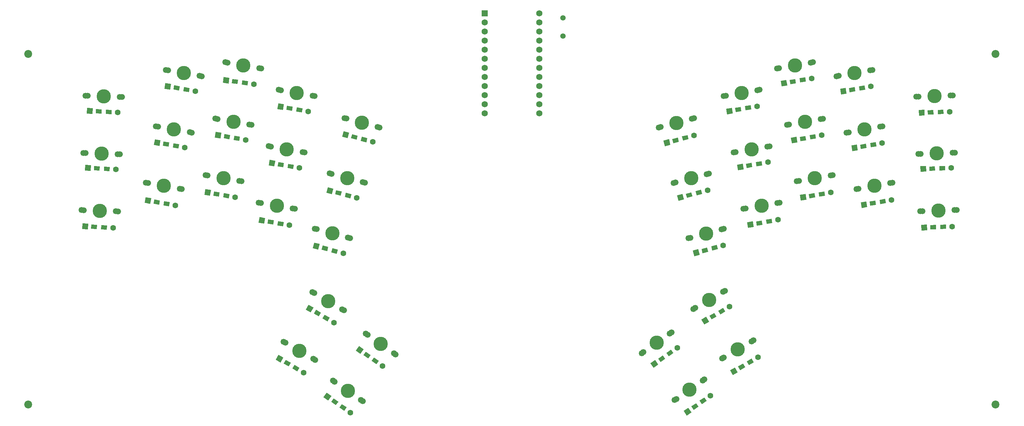
<source format=gbr>
G04 #@! TF.GenerationSoftware,KiCad,Pcbnew,(5.1.5)-1*
G04 #@! TF.CreationDate,2021-07-11T17:01:57-04:00*
G04 #@! TF.ProjectId,baboon38 v0.4,6261626f-6f6e-4333-9820-76302e342e6b,rev?*
G04 #@! TF.SameCoordinates,Original*
G04 #@! TF.FileFunction,Soldermask,Top*
G04 #@! TF.FilePolarity,Negative*
%FSLAX46Y46*%
G04 Gerber Fmt 4.6, Leading zero omitted, Abs format (unit mm)*
G04 Created by KiCad (PCBNEW (5.1.5)-1) date 2021-07-11 17:01:57*
%MOMM*%
%LPD*%
G04 APERTURE LIST*
%ADD10C,2.200000*%
%ADD11C,1.500000*%
%ADD12C,1.752600*%
%ADD13R,1.752600X1.752600*%
%ADD14C,1.680000*%
%ADD15C,3.980000*%
%ADD16C,0.100000*%
%ADD17C,1.600000*%
G04 APERTURE END LIST*
D10*
X15000000Y-130000000D03*
X285000000Y-130000000D03*
X285000000Y-32000000D03*
X15000000Y-32000000D03*
D11*
X164200000Y-21960000D03*
X164200000Y-27040000D03*
D12*
X157620000Y-20630000D03*
X142380000Y-48570000D03*
X157620000Y-23170000D03*
X157620000Y-25710000D03*
X157620000Y-28250000D03*
X157620000Y-30790000D03*
X157620000Y-33330000D03*
X157620000Y-35870000D03*
X157620000Y-38410000D03*
X157620000Y-40950000D03*
X157620000Y-43490000D03*
X157620000Y-46030000D03*
X157620000Y-48570000D03*
X142380000Y-46030000D03*
X142380000Y-43490000D03*
X142380000Y-40950000D03*
X142380000Y-38410000D03*
X142380000Y-35870000D03*
X142380000Y-33330000D03*
X142380000Y-30790000D03*
X142380000Y-28250000D03*
X142380000Y-25710000D03*
X142380000Y-23170000D03*
D13*
X142380000Y-20630000D03*
D14*
X224657786Y-73550474D03*
X214652140Y-75314740D03*
D15*
X219654963Y-74432607D03*
D14*
X224086598Y-73651190D03*
X215223328Y-75214024D03*
X40557245Y-60019620D03*
X30403435Y-59665042D03*
D15*
X35480340Y-59842331D03*
D14*
X39977599Y-59999379D03*
X30983081Y-59685283D03*
D16*
G36*
X212236809Y-119603767D02*
G01*
X213036809Y-120989407D01*
X211651169Y-121789407D01*
X210851169Y-120403767D01*
X212236809Y-119603767D01*
G37*
D17*
X218698987Y-116796587D03*
D16*
G36*
X214501872Y-118526972D02*
G01*
X215101872Y-119566202D01*
X213716232Y-120366202D01*
X213116232Y-119326972D01*
X214501872Y-118526972D01*
G37*
G36*
X216926744Y-117126972D02*
G01*
X217526744Y-118166202D01*
X216141104Y-118966202D01*
X215541104Y-117926972D01*
X216926744Y-117126972D01*
G37*
G36*
X199214712Y-130868725D02*
G01*
X200132435Y-132179368D01*
X198821792Y-133097091D01*
X197904069Y-131786448D01*
X199214712Y-130868725D01*
G37*
D17*
X205407638Y-127509012D03*
D16*
G36*
X201377308Y-129598615D02*
G01*
X202065599Y-130581597D01*
X200754956Y-131499319D01*
X200066665Y-130516337D01*
X201377308Y-129598615D01*
G37*
G36*
X203670934Y-127992601D02*
G01*
X204359225Y-128975583D01*
X203048582Y-129893305D01*
X202360291Y-128910323D01*
X203670934Y-127992601D01*
G37*
G36*
X189943735Y-117509871D02*
G01*
X190861458Y-118820514D01*
X189550815Y-119738237D01*
X188633092Y-118427594D01*
X189943735Y-117509871D01*
G37*
D17*
X196136661Y-114150158D03*
D16*
G36*
X192106331Y-116239761D02*
G01*
X192794622Y-117222743D01*
X191483979Y-118140465D01*
X190795688Y-117157483D01*
X192106331Y-116239761D01*
G37*
G36*
X194399957Y-114633747D02*
G01*
X195088248Y-115616729D01*
X193777605Y-116534451D01*
X193089314Y-115551469D01*
X194399957Y-114633747D01*
G37*
G36*
X204239703Y-105452926D02*
G01*
X205039703Y-106838566D01*
X203654063Y-107638566D01*
X202854063Y-106252926D01*
X204239703Y-105452926D01*
G37*
D17*
X210701881Y-102645746D03*
D16*
G36*
X206504766Y-104376131D02*
G01*
X207104766Y-105415361D01*
X205719126Y-106215361D01*
X205119126Y-105176131D01*
X206504766Y-104376131D01*
G37*
G36*
X208929638Y-102976131D02*
G01*
X209529638Y-104015361D01*
X208143998Y-104815361D01*
X207543998Y-103776131D01*
X208929638Y-102976131D01*
G37*
G36*
X86208442Y-116869181D02*
G01*
X85408442Y-118254821D01*
X84022802Y-117454821D01*
X84822802Y-116069181D01*
X86208442Y-116869181D01*
G37*
D17*
X91870620Y-121062001D03*
D16*
G36*
X88273505Y-118292386D02*
G01*
X87673505Y-119331616D01*
X86287865Y-118531616D01*
X86887865Y-117492386D01*
X88273505Y-118292386D01*
G37*
G36*
X90698377Y-119692386D02*
G01*
X90098377Y-120731616D01*
X88712737Y-119931616D01*
X89312737Y-118892386D01*
X90698377Y-119692386D01*
G37*
G36*
X99612056Y-127569630D02*
G01*
X98694333Y-128880273D01*
X97383690Y-127962550D01*
X98301413Y-126651907D01*
X99612056Y-127569630D01*
G37*
D17*
X104887259Y-132239986D03*
D16*
G36*
X101545220Y-129167401D02*
G01*
X100856929Y-130150383D01*
X99546286Y-129232661D01*
X100234577Y-128249679D01*
X101545220Y-129167401D01*
G37*
G36*
X103838846Y-130773415D02*
G01*
X103150555Y-131756397D01*
X101839912Y-130838675D01*
X102528203Y-129855693D01*
X103838846Y-130773415D01*
G37*
G36*
X108610322Y-114535781D02*
G01*
X107692599Y-115846424D01*
X106381956Y-114928701D01*
X107299679Y-113618058D01*
X108610322Y-114535781D01*
G37*
D17*
X113885525Y-119206137D03*
D16*
G36*
X110543486Y-116133552D02*
G01*
X109855195Y-117116534D01*
X108544552Y-116198812D01*
X109232843Y-115215830D01*
X110543486Y-116133552D01*
G37*
G36*
X112837112Y-117739566D02*
G01*
X112148821Y-118722548D01*
X110838178Y-117804826D01*
X111526469Y-116821844D01*
X112837112Y-117739566D01*
G37*
G36*
X94621455Y-102882716D02*
G01*
X93821455Y-104268356D01*
X92435815Y-103468356D01*
X93235815Y-102082716D01*
X94621455Y-102882716D01*
G37*
D17*
X100283633Y-107075536D03*
D16*
G36*
X96686518Y-104305921D02*
G01*
X96086518Y-105345151D01*
X94700878Y-104545151D01*
X95300878Y-103505921D01*
X96686518Y-104305921D01*
G37*
G36*
X99111390Y-105705921D02*
G01*
X98511390Y-106745151D01*
X97125750Y-105945151D01*
X97725750Y-104905921D01*
X99111390Y-105705921D01*
G37*
G36*
X265843791Y-79685013D02*
G01*
X265899630Y-81284038D01*
X264300605Y-81339877D01*
X264244766Y-79740852D01*
X265843791Y-79685013D01*
G37*
D17*
X272867446Y-80240229D03*
D16*
G36*
X268349248Y-79797642D02*
G01*
X268391127Y-80996911D01*
X266792102Y-81052750D01*
X266750223Y-79853481D01*
X268349248Y-79797642D01*
G37*
G36*
X271147542Y-79699924D02*
G01*
X271189421Y-80899193D01*
X269590396Y-80955032D01*
X269548517Y-79755763D01*
X271147542Y-79699924D01*
G37*
G36*
X248914854Y-73230840D02*
G01*
X249192691Y-74806533D01*
X247616998Y-75084370D01*
X247339161Y-73508677D01*
X248914854Y-73230840D01*
G37*
D17*
X255947426Y-72803149D03*
D16*
G36*
X251411602Y-72993681D02*
G01*
X251619980Y-74175450D01*
X250044288Y-74453287D01*
X249835910Y-73271518D01*
X251411602Y-72993681D01*
G37*
G36*
X254169064Y-72507467D02*
G01*
X254377442Y-73689236D01*
X252801750Y-73967073D01*
X252593372Y-72785304D01*
X254169064Y-72507467D01*
G37*
G36*
X231932218Y-71142760D02*
G01*
X232210055Y-72718453D01*
X230634362Y-72996290D01*
X230356525Y-71420597D01*
X231932218Y-71142760D01*
G37*
D17*
X238964790Y-70715069D03*
D16*
G36*
X234428966Y-70905601D02*
G01*
X234637344Y-72087370D01*
X233061652Y-72365207D01*
X232853274Y-71183438D01*
X234428966Y-70905601D01*
G37*
G36*
X237186428Y-70419387D02*
G01*
X237394806Y-71601156D01*
X235819114Y-71878993D01*
X235610736Y-70697224D01*
X237186428Y-70419387D01*
G37*
G36*
X217209804Y-78788712D02*
G01*
X217487641Y-80364405D01*
X215911948Y-80642242D01*
X215634111Y-79066549D01*
X217209804Y-78788712D01*
G37*
D17*
X224242376Y-78361021D03*
D16*
G36*
X219706552Y-78551553D02*
G01*
X219914930Y-79733322D01*
X218339238Y-80011159D01*
X218130860Y-78829390D01*
X219706552Y-78551553D01*
G37*
G36*
X222464014Y-78065339D02*
G01*
X222672392Y-79247108D01*
X221096700Y-79524945D01*
X220888322Y-78343176D01*
X222464014Y-78065339D01*
G37*
G36*
X201988408Y-86570602D02*
G01*
X202402519Y-88116083D01*
X200857038Y-88530194D01*
X200442927Y-86984713D01*
X201988408Y-86570602D01*
G37*
D17*
X208956945Y-85531610D03*
D16*
G36*
X204454987Y-86116740D02*
G01*
X204765570Y-87275851D01*
X203220089Y-87689962D01*
X202909506Y-86530851D01*
X204454987Y-86116740D01*
G37*
G36*
X207159579Y-85392046D02*
G01*
X207470162Y-86551157D01*
X205924681Y-86965268D01*
X205614098Y-85806157D01*
X207159579Y-85392046D01*
G37*
G36*
X96358660Y-85136322D02*
G01*
X95944549Y-86681803D01*
X94399068Y-86267692D01*
X94813179Y-84722211D01*
X96358660Y-85136322D01*
G37*
D17*
X102913086Y-87720795D03*
D16*
G36*
X98721711Y-85976554D02*
G01*
X98411128Y-87135665D01*
X96865647Y-86721554D01*
X97176230Y-85562443D01*
X98721711Y-85976554D01*
G37*
G36*
X101426303Y-86701248D02*
G01*
X101115720Y-87860359D01*
X99570239Y-87446248D01*
X99880822Y-86287137D01*
X101426303Y-86701248D01*
G37*
G36*
X81119814Y-77873775D02*
G01*
X80841977Y-79449468D01*
X79266284Y-79171631D01*
X79544121Y-77595938D01*
X81119814Y-77873775D01*
G37*
D17*
X87874549Y-79877159D03*
D16*
G36*
X83547103Y-78504858D02*
G01*
X83338725Y-79686627D01*
X81763033Y-79408790D01*
X81971411Y-78227021D01*
X83547103Y-78504858D01*
G37*
G36*
X86304565Y-78991072D02*
G01*
X86096187Y-80172841D01*
X84520495Y-79895004D01*
X84728873Y-78713235D01*
X86304565Y-78991072D01*
G37*
G36*
X65981494Y-70063445D02*
G01*
X65703657Y-71639138D01*
X64127964Y-71361301D01*
X64405801Y-69785608D01*
X65981494Y-70063445D01*
G37*
D17*
X72736229Y-72066829D03*
D16*
G36*
X68408783Y-70694528D02*
G01*
X68200405Y-71876297D01*
X66624713Y-71598460D01*
X66833091Y-70416691D01*
X68408783Y-70694528D01*
G37*
G36*
X71166245Y-71180742D02*
G01*
X70957867Y-72362511D01*
X69382175Y-72084674D01*
X69590553Y-70902905D01*
X71166245Y-71180742D01*
G37*
G36*
X49315147Y-72324618D02*
G01*
X49037310Y-73900311D01*
X47461617Y-73622474D01*
X47739454Y-72046781D01*
X49315147Y-72324618D01*
G37*
D17*
X56069882Y-74328002D03*
D16*
G36*
X51742436Y-72955701D02*
G01*
X51534058Y-74137470D01*
X49958366Y-73859633D01*
X50166744Y-72677864D01*
X51742436Y-72955701D01*
G37*
G36*
X54499898Y-73441915D02*
G01*
X54291520Y-74623684D01*
X52715828Y-74345847D01*
X52924206Y-73164078D01*
X54499898Y-73441915D01*
G37*
G36*
X31696955Y-79438644D02*
G01*
X31613218Y-81036451D01*
X30015411Y-80952714D01*
X30099148Y-79354907D01*
X31696955Y-79438644D01*
G37*
D17*
X38645493Y-80603899D03*
D16*
G36*
X34183062Y-79769210D02*
G01*
X34120259Y-80967565D01*
X32522452Y-80883828D01*
X32585255Y-79685473D01*
X34183062Y-79769210D01*
G37*
G36*
X36979224Y-79915750D02*
G01*
X36916421Y-81114105D01*
X35318614Y-81030368D01*
X35381417Y-79832013D01*
X36979224Y-79915750D01*
G37*
G36*
X265570898Y-63298877D02*
G01*
X265626737Y-64897902D01*
X264027712Y-64953741D01*
X263971873Y-63354716D01*
X265570898Y-63298877D01*
G37*
D17*
X272594553Y-63854093D03*
D16*
G36*
X268076355Y-63411506D02*
G01*
X268118234Y-64610775D01*
X266519209Y-64666614D01*
X266477330Y-63467345D01*
X268076355Y-63411506D01*
G37*
G36*
X270874649Y-63313788D02*
G01*
X270916528Y-64513057D01*
X269317503Y-64568896D01*
X269275624Y-63369627D01*
X270874649Y-63313788D01*
G37*
G36*
X246289703Y-57341579D02*
G01*
X246567540Y-58917272D01*
X244991847Y-59195109D01*
X244714010Y-57619416D01*
X246289703Y-57341579D01*
G37*
D17*
X253322275Y-56913888D03*
D16*
G36*
X248786451Y-57104420D02*
G01*
X248994829Y-58286189D01*
X247419137Y-58564026D01*
X247210759Y-57382257D01*
X248786451Y-57104420D01*
G37*
G36*
X251543913Y-56618206D02*
G01*
X251752291Y-57799975D01*
X250176599Y-58077812D01*
X249968221Y-56896043D01*
X251543913Y-56618206D01*
G37*
G36*
X229415403Y-55162595D02*
G01*
X229693240Y-56738288D01*
X228117547Y-57016125D01*
X227839710Y-55440432D01*
X229415403Y-55162595D01*
G37*
D17*
X236447975Y-54734904D03*
D16*
G36*
X231912151Y-54925436D02*
G01*
X232120529Y-56107205D01*
X230544837Y-56385042D01*
X230336459Y-55203273D01*
X231912151Y-54925436D01*
G37*
G36*
X234669613Y-54439222D02*
G01*
X234877991Y-55620991D01*
X233302299Y-55898828D01*
X233093921Y-54717059D01*
X234669613Y-54439222D01*
G37*
G36*
X214402848Y-62682782D02*
G01*
X214680685Y-64258475D01*
X213104992Y-64536312D01*
X212827155Y-62960619D01*
X214402848Y-62682782D01*
G37*
D17*
X221435420Y-62255091D03*
D16*
G36*
X216899596Y-62445623D02*
G01*
X217107974Y-63627392D01*
X215532282Y-63905229D01*
X215323904Y-62723460D01*
X216899596Y-62445623D01*
G37*
G36*
X219657058Y-61959409D02*
G01*
X219865436Y-63141178D01*
X218289744Y-63419015D01*
X218081366Y-62237246D01*
X219657058Y-61959409D01*
G37*
G36*
X197617434Y-71130893D02*
G01*
X198031545Y-72676374D01*
X196486064Y-73090485D01*
X196071953Y-71545004D01*
X197617434Y-71130893D01*
G37*
D17*
X204585971Y-70091901D03*
D16*
G36*
X200084013Y-70677031D02*
G01*
X200394596Y-71836142D01*
X198849115Y-72250253D01*
X198538532Y-71091142D01*
X200084013Y-70677031D01*
G37*
G36*
X202788605Y-69952337D02*
G01*
X203099188Y-71111448D01*
X201553707Y-71525559D01*
X201243124Y-70366448D01*
X202788605Y-69952337D01*
G37*
G36*
X100123201Y-69649288D02*
G01*
X99709090Y-71194769D01*
X98163609Y-70780658D01*
X98577720Y-69235177D01*
X100123201Y-69649288D01*
G37*
D17*
X106677627Y-72233761D03*
D16*
G36*
X102486252Y-70489520D02*
G01*
X102175669Y-71648631D01*
X100630188Y-71234520D01*
X100940771Y-70075409D01*
X102486252Y-70489520D01*
G37*
G36*
X105190844Y-71214214D02*
G01*
X104880261Y-72373325D01*
X103334780Y-71959214D01*
X103645363Y-70800103D01*
X105190844Y-71214214D01*
G37*
G36*
X83935489Y-61867463D02*
G01*
X83657652Y-63443156D01*
X82081959Y-63165319D01*
X82359796Y-61589626D01*
X83935489Y-61867463D01*
G37*
D17*
X90690224Y-63870847D03*
D16*
G36*
X86362778Y-62498546D02*
G01*
X86154400Y-63680315D01*
X84578708Y-63402478D01*
X84787086Y-62220709D01*
X86362778Y-62498546D01*
G37*
G36*
X89120240Y-62984760D02*
G01*
X88911862Y-64166529D01*
X87336170Y-63888692D01*
X87544548Y-62706923D01*
X89120240Y-62984760D01*
G37*
G36*
X68896786Y-54048419D02*
G01*
X68618949Y-55624112D01*
X67043256Y-55346275D01*
X67321093Y-53770582D01*
X68896786Y-54048419D01*
G37*
D17*
X75651521Y-56051803D03*
D16*
G36*
X71324075Y-54679502D02*
G01*
X71115697Y-55861271D01*
X69540005Y-55583434D01*
X69748383Y-54401665D01*
X71324075Y-54679502D01*
G37*
G36*
X74081537Y-55165716D02*
G01*
X73873159Y-56347485D01*
X72297467Y-56069648D01*
X72505845Y-54887879D01*
X74081537Y-55165716D01*
G37*
G36*
X51914151Y-56136499D02*
G01*
X51636314Y-57712192D01*
X50060621Y-57434355D01*
X50338458Y-55858662D01*
X51914151Y-56136499D01*
G37*
D17*
X58668886Y-58139883D03*
D16*
G36*
X54341440Y-56767582D02*
G01*
X54133062Y-57949351D01*
X52557370Y-57671514D01*
X52765748Y-56489745D01*
X54341440Y-56767582D01*
G37*
G36*
X57098902Y-57253796D02*
G01*
X56890524Y-58435565D01*
X55314832Y-58157728D01*
X55523210Y-56975959D01*
X57098902Y-57253796D01*
G37*
G36*
X32476661Y-63108548D02*
G01*
X32392924Y-64706355D01*
X30795117Y-64622618D01*
X30878854Y-63024811D01*
X32476661Y-63108548D01*
G37*
D17*
X39425199Y-64273803D03*
D16*
G36*
X34962768Y-63439114D02*
G01*
X34899965Y-64637469D01*
X33302158Y-64553732D01*
X33364961Y-63355377D01*
X34962768Y-63439114D01*
G37*
G36*
X37758930Y-63585654D02*
G01*
X37696127Y-64784009D01*
X36098320Y-64700272D01*
X36161123Y-63501917D01*
X37758930Y-63585654D01*
G37*
G36*
X265137377Y-47601357D02*
G01*
X265193216Y-49200382D01*
X263594191Y-49256221D01*
X263538352Y-47657196D01*
X265137377Y-47601357D01*
G37*
D17*
X272161032Y-48156573D03*
D16*
G36*
X267642834Y-47713986D02*
G01*
X267684713Y-48913255D01*
X266085688Y-48969094D01*
X266043809Y-47769825D01*
X267642834Y-47713986D01*
G37*
G36*
X270441128Y-47616268D02*
G01*
X270483007Y-48815537D01*
X268883982Y-48871376D01*
X268842103Y-47672107D01*
X270441128Y-47616268D01*
G37*
G36*
X243157741Y-41508361D02*
G01*
X243435578Y-43084054D01*
X241859885Y-43361891D01*
X241582048Y-41786198D01*
X243157741Y-41508361D01*
G37*
D17*
X250190313Y-41080670D03*
D16*
G36*
X245654489Y-41271202D02*
G01*
X245862867Y-42452971D01*
X244287175Y-42730808D01*
X244078797Y-41549039D01*
X245654489Y-41271202D01*
G37*
G36*
X248411951Y-40784988D02*
G01*
X248620329Y-41966757D01*
X247044637Y-42244594D01*
X246836259Y-41062825D01*
X248411951Y-40784988D01*
G37*
G36*
X226591014Y-39255903D02*
G01*
X226868851Y-40831596D01*
X225293158Y-41109433D01*
X225015321Y-39533740D01*
X226591014Y-39255903D01*
G37*
D17*
X233623586Y-38828212D03*
D16*
G36*
X229087762Y-39018744D02*
G01*
X229296140Y-40200513D01*
X227720448Y-40478350D01*
X227512070Y-39296581D01*
X229087762Y-39018744D01*
G37*
G36*
X231845224Y-38532530D02*
G01*
X232053602Y-39714299D01*
X230477910Y-39992136D01*
X230269532Y-38810367D01*
X231845224Y-38532530D01*
G37*
G36*
X211353075Y-47057517D02*
G01*
X211630912Y-48633210D01*
X210055219Y-48911047D01*
X209777382Y-47335354D01*
X211353075Y-47057517D01*
G37*
D17*
X218385647Y-46629826D03*
D16*
G36*
X213849823Y-46820358D02*
G01*
X214058201Y-48002127D01*
X212482509Y-48279964D01*
X212274131Y-47098195D01*
X213849823Y-46820358D01*
G37*
G36*
X216607285Y-46334144D02*
G01*
X216815663Y-47515913D01*
X215239971Y-47793750D01*
X215031593Y-46611981D01*
X216607285Y-46334144D01*
G37*
G36*
X193835462Y-55843098D02*
G01*
X194249573Y-57388579D01*
X192704092Y-57802690D01*
X192289981Y-56257209D01*
X193835462Y-55843098D01*
G37*
D17*
X200803999Y-54804106D03*
D16*
G36*
X196302041Y-55389236D02*
G01*
X196612624Y-56548347D01*
X195067143Y-56962458D01*
X194756560Y-55803347D01*
X196302041Y-55389236D01*
G37*
G36*
X199006633Y-54664542D02*
G01*
X199317216Y-55823653D01*
X197771735Y-56237764D01*
X197461152Y-55078653D01*
X199006633Y-54664542D01*
G37*
G36*
X104576363Y-54001626D02*
G01*
X104162252Y-55547107D01*
X102616771Y-55132996D01*
X103030882Y-53587515D01*
X104576363Y-54001626D01*
G37*
D17*
X111130789Y-56586099D03*
D16*
G36*
X106939414Y-54841858D02*
G01*
X106628831Y-56000969D01*
X105083350Y-55586858D01*
X105393933Y-54427747D01*
X106939414Y-54841858D01*
G37*
G36*
X109644006Y-55566552D02*
G01*
X109333423Y-56725663D01*
X107787942Y-56311552D01*
X108098525Y-55152441D01*
X109644006Y-55566552D01*
G37*
G36*
X86370113Y-46095254D02*
G01*
X86092276Y-47670947D01*
X84516583Y-47393110D01*
X84794420Y-45817417D01*
X86370113Y-46095254D01*
G37*
D17*
X93124848Y-48098638D03*
D16*
G36*
X88797402Y-46726337D02*
G01*
X88589024Y-47908106D01*
X87013332Y-47630269D01*
X87221710Y-46448500D01*
X88797402Y-46726337D01*
G37*
G36*
X91554864Y-47212551D02*
G01*
X91346486Y-48394320D01*
X89770794Y-48116483D01*
X89979172Y-46934714D01*
X91554864Y-47212551D01*
G37*
G36*
X71113812Y-38695004D02*
G01*
X70891135Y-40279433D01*
X69306706Y-40056756D01*
X69529383Y-38472327D01*
X71113812Y-38695004D01*
G37*
D17*
X77934349Y-40461430D03*
D16*
G36*
X73561647Y-39240991D02*
G01*
X73394640Y-40429312D01*
X71810211Y-40206635D01*
X71977218Y-39018314D01*
X73561647Y-39240991D01*
G37*
G36*
X76334397Y-39630675D02*
G01*
X76167390Y-40818996D01*
X74582961Y-40596319D01*
X74749968Y-39407998D01*
X76334397Y-39630675D01*
G37*
G36*
X54855589Y-40420331D02*
G01*
X54577752Y-41996024D01*
X53002059Y-41718187D01*
X53279896Y-40142494D01*
X54855589Y-40420331D01*
G37*
D17*
X61610324Y-42423715D03*
D16*
G36*
X57282878Y-41051414D02*
G01*
X57074500Y-42233183D01*
X55498808Y-41955346D01*
X55707186Y-40773577D01*
X57282878Y-41051414D01*
G37*
G36*
X60040340Y-41537628D02*
G01*
X59831962Y-42719397D01*
X58256270Y-42441560D01*
X58464648Y-41259791D01*
X60040340Y-41537628D01*
G37*
G36*
X32992369Y-47203075D02*
G01*
X32908632Y-48800882D01*
X31310825Y-48717145D01*
X31394562Y-47119338D01*
X32992369Y-47203075D01*
G37*
D17*
X39940907Y-48368330D03*
D16*
G36*
X35478476Y-47533641D02*
G01*
X35415673Y-48731996D01*
X33817866Y-48648259D01*
X33880669Y-47449904D01*
X35478476Y-47533641D01*
G37*
G36*
X38274638Y-47680181D02*
G01*
X38211835Y-48878536D01*
X36614028Y-48794799D01*
X36676831Y-47596444D01*
X38274638Y-47680181D01*
G37*
D14*
X209442965Y-98185576D03*
X200644147Y-103265576D03*
D15*
X205043556Y-100725576D03*
D14*
X208940670Y-98475576D03*
X201146442Y-102975576D03*
X95073281Y-117498719D03*
X86274463Y-112418719D03*
D15*
X90673872Y-114958719D03*
D14*
X94570986Y-117208719D03*
X86776758Y-112708719D03*
X108347706Y-129075649D03*
X100025122Y-123248113D03*
D15*
X104186414Y-126161881D03*
D14*
X107872598Y-128742975D03*
X100500230Y-123580787D03*
X117524928Y-115969218D03*
X109202344Y-110141682D03*
D15*
X113363636Y-113055450D03*
D14*
X117049820Y-115636544D03*
X109677452Y-110474356D03*
X103073283Y-103642313D03*
X94274465Y-98562313D03*
D15*
X98673874Y-101102313D03*
D14*
X102570988Y-103352313D03*
X94776760Y-98852313D03*
X217442964Y-112041982D03*
X208644146Y-117121982D03*
D15*
X213043555Y-114581982D03*
D14*
X216940669Y-112331982D03*
X209146441Y-116831982D03*
X203717697Y-122911230D03*
X195395113Y-128738766D03*
D15*
X199556405Y-125824998D03*
D14*
X203242589Y-123243904D03*
X195870221Y-128406092D03*
X194540473Y-109804800D03*
X186217889Y-115632336D03*
D15*
X190379181Y-112718568D03*
D14*
X194065365Y-110137474D03*
X186692997Y-115299662D03*
X274161793Y-75587181D03*
X264007983Y-75941759D03*
D15*
X269084888Y-75764470D03*
D14*
X273582147Y-75607422D03*
X264587629Y-75921518D03*
X256171635Y-67993732D03*
X246165989Y-69757998D03*
D15*
X251168812Y-68875865D03*
D14*
X255600447Y-68094448D03*
X246737177Y-69657282D03*
X239546472Y-65848066D03*
X229540826Y-67612332D03*
D15*
X234543649Y-66730199D03*
D14*
X238975284Y-65948782D03*
X230112014Y-67511616D03*
X209071418Y-80888468D03*
X199257612Y-83518070D03*
D15*
X204164515Y-82203269D03*
D14*
X208511181Y-81038583D03*
X199817849Y-83367955D03*
X104767352Y-83464895D03*
X94953546Y-80835293D03*
D15*
X99860449Y-82150094D03*
D14*
X104207115Y-83314780D03*
X95513783Y-80985408D03*
X89362593Y-75307698D03*
X79356947Y-73543432D03*
D15*
X84359770Y-74425565D03*
D14*
X88791405Y-75206982D03*
X79928135Y-73644148D03*
X74473910Y-67605289D03*
X64468264Y-65841023D03*
D15*
X69471087Y-66723156D03*
D14*
X73902722Y-67504573D03*
X65039452Y-65941739D03*
X57848745Y-69750957D03*
X47843099Y-67986691D03*
D15*
X52845922Y-68868824D03*
D14*
X57277557Y-69650241D03*
X48414287Y-68087407D03*
X39998853Y-76009872D03*
X29845043Y-75655294D03*
D15*
X34921948Y-75832583D03*
D14*
X39419207Y-75989631D03*
X30424689Y-75675535D03*
X273603403Y-59596928D03*
X263449593Y-59951506D03*
D15*
X268526498Y-59774217D03*
D14*
X273023757Y-59617169D03*
X264029239Y-59931265D03*
X253393264Y-52236807D03*
X243387618Y-54001073D03*
D15*
X248390441Y-53118940D03*
D14*
X252822076Y-52337523D03*
X243958806Y-53900357D03*
X236768099Y-50091141D03*
X226762453Y-51855407D03*
D15*
X231765276Y-50973274D03*
D14*
X236196911Y-50191857D03*
X227333641Y-51754691D03*
X221879416Y-57793551D03*
X211873770Y-59557817D03*
D15*
X216876593Y-58675684D03*
D14*
X221308228Y-57894267D03*
X212444958Y-59457101D03*
X204930314Y-65433655D03*
X195116508Y-68063257D03*
D15*
X200023411Y-66748456D03*
D14*
X204370077Y-65583770D03*
X195676745Y-67913142D03*
X108908458Y-68010081D03*
X99094652Y-65380479D03*
D15*
X104001555Y-66695280D03*
D14*
X108348221Y-67859966D03*
X99654889Y-65530594D03*
X92140965Y-59550775D03*
X82135319Y-57786509D03*
D15*
X87138142Y-58668642D03*
D14*
X91569777Y-59450059D03*
X82706507Y-57887225D03*
X77252282Y-51848365D03*
X67246636Y-50084099D03*
D15*
X72249459Y-50966232D03*
D14*
X76681094Y-51747649D03*
X67817824Y-50184815D03*
X60627115Y-53994034D03*
X50621469Y-52229768D03*
D15*
X55624292Y-53111901D03*
D14*
X60055927Y-53893318D03*
X51192657Y-52330484D03*
X273045011Y-43606673D03*
X262891201Y-43961251D03*
D15*
X267968106Y-43783962D03*
D14*
X272465365Y-43626914D03*
X263470847Y-43941010D03*
X250614895Y-36479886D03*
X240609249Y-38244152D03*
D15*
X245612072Y-37362019D03*
D14*
X250043707Y-36580602D03*
X241180437Y-38143436D03*
X233989730Y-34334217D03*
X223984084Y-36098483D03*
D15*
X228986907Y-35216350D03*
D14*
X233418542Y-34434933D03*
X224555272Y-35997767D03*
X219101046Y-42036626D03*
X209095400Y-43800892D03*
D15*
X214098223Y-42918759D03*
D14*
X218529858Y-42137342D03*
X209666588Y-43700176D03*
X200789209Y-49978842D03*
X190975403Y-52608444D03*
D15*
X195882306Y-51293643D03*
D14*
X200228972Y-50128957D03*
X191535640Y-52458329D03*
X113049561Y-52555268D03*
X103235755Y-49925666D03*
D15*
X108142658Y-51240467D03*
D14*
X112489324Y-52405153D03*
X103795992Y-50075781D03*
X94919336Y-43793851D03*
X84913690Y-42029585D03*
D15*
X89916513Y-42911718D03*
D14*
X94348148Y-43693135D03*
X85484878Y-42130301D03*
X80030653Y-36091441D03*
X70025007Y-34327175D03*
D15*
X75027830Y-35209308D03*
D14*
X79459465Y-35990725D03*
X70596195Y-34427891D03*
X63405486Y-38237109D03*
X53399840Y-36472843D03*
D15*
X58402663Y-37354976D03*
D14*
X62834298Y-38136393D03*
X53971028Y-36573559D03*
X41115636Y-44029366D03*
X30961826Y-43674788D03*
D15*
X36038731Y-43852077D03*
D14*
X40535990Y-44009125D03*
X31541472Y-43695029D03*
M02*

</source>
